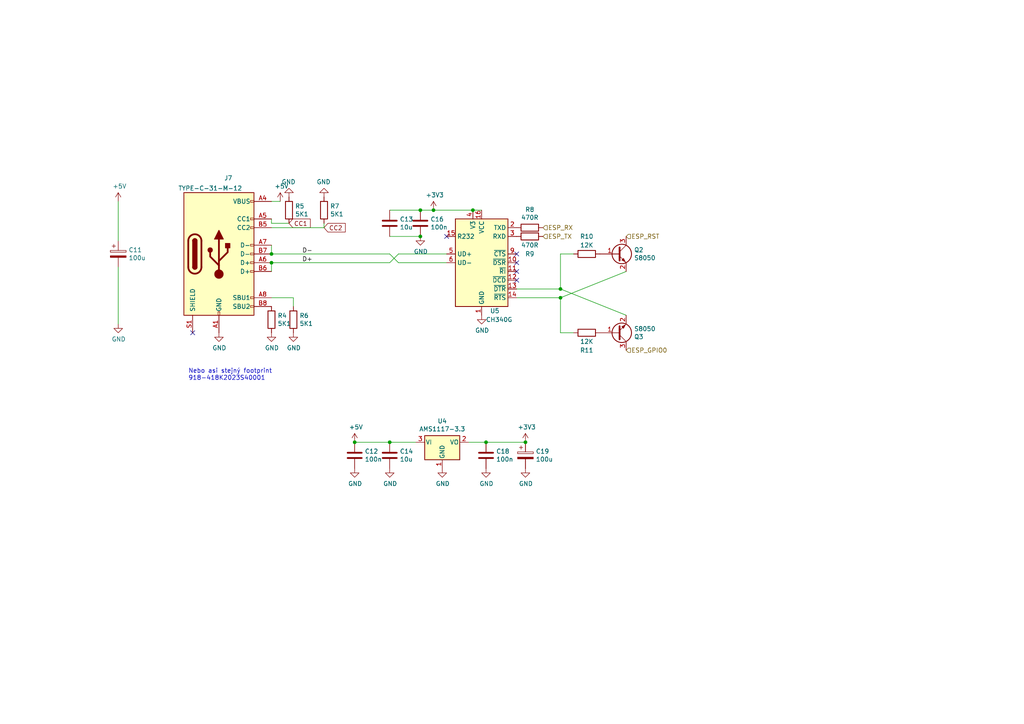
<source format=kicad_sch>
(kicad_sch (version 20211123) (generator eeschema)
  (paper "A4")
  (lib_symbols
    (symbol "Connector:USB_C_Receptacle_USB2.0" (pin_names (offset 1.016))
      (property "Reference" "J" (at -10.16 19.05 0))
      (property "Value" "USB_C_Receptacle_USB2.0" (at 19.05 19.05 0))
      (symbol "USB_C_Receptacle_USB2.0_0_0"
        (rectangle (start -0.254 -17.78) (end 0.254 -16.764))
        (rectangle (start 10.16 -14.986) (end 9.144 -15.494))
        (rectangle (start 10.16 -12.446) (end 9.144 -12.954))
        (rectangle (start 10.16 -4.826) (end 9.144 -5.334))
        (rectangle (start 10.16 -2.286) (end 9.144 -2.794))
        (rectangle (start 10.16 0.254) (end 9.144 -0.254))
        (rectangle (start 10.16 2.794) (end 9.144 2.286))
        (rectangle (start 10.16 7.874) (end 9.144 7.366))
        (rectangle (start 10.16 10.414) (end 9.144 9.906))
        (rectangle (start 10.16 15.494) (end 9.144 14.986))
      )
      (symbol "USB_C_Receptacle_USB2.0_0_1"
        (rectangle (start -10.16 17.78) (end 10.16 -17.78) (stroke (width 0.254)) (fill (type background)))
        (arc (start -8.89 -3.81) (mid -6.985 -5.715) (end -5.08 -3.81) (stroke (width 0.508)))
        (arc (start -7.62 -3.81) (mid -6.985 -4.445) (end -6.35 -3.81) (stroke (width 0.254)))
        (arc (start -7.62 -3.81) (mid -6.985 -4.445) (end -6.35 -3.81) (stroke (width 0.254)) (fill (type outline)))
        (rectangle (start -7.62 -3.81) (end -6.35 3.81) (stroke (width 0.254)) (fill (type outline)))
        (arc (start -6.35 3.81) (mid -6.985 4.445) (end -7.62 3.81) (stroke (width 0.254)))
        (arc (start -6.35 3.81) (mid -6.985 4.445) (end -7.62 3.81) (stroke (width 0.254)) (fill (type outline)))
        (arc (start -5.08 3.81) (mid -6.985 5.715) (end -8.89 3.81) (stroke (width 0.508)))
        (circle (center -2.54 1.143) (radius 0.635) (stroke (width 0.254)) (fill (type outline)))
        (circle (center 0 -5.842) (radius 1.27) (fill (type outline)))
        (polyline (pts (xy -8.89 -3.81) (xy -8.89 3.81)) (stroke (width 0.508)))
        (polyline (pts (xy -5.08 3.81) (xy -5.08 -3.81)) (stroke (width 0.508)))
        (polyline (pts (xy 0 -5.842) (xy 0 4.318)) (stroke (width 0.508)))
        (polyline (pts (xy 0 -3.302) (xy -2.54 -0.762) (xy -2.54 0.508)) (stroke (width 0.508)))
        (polyline (pts (xy 0 -2.032) (xy 2.54 0.508) (xy 2.54 1.778)) (stroke (width 0.508)))
        (polyline (pts (xy -1.27 4.318) (xy 0 6.858) (xy 1.27 4.318) (xy -1.27 4.318)) (stroke (width 0.254)) (fill (type outline)))
        (rectangle (start 1.905 1.778) (end 3.175 3.048) (stroke (width 0.254)) (fill (type outline)))
      )
      (symbol "USB_C_Receptacle_USB2.0_1_1"
        (pin passive line (at 0 -22.86 90) (length 5.08) (name "GND") (number "A1"))
        (pin passive line (at 0 -22.86 90) (length 5.08) hide (name "GND") (number "A12"))
        (pin passive line (at 15.24 15.24 180) (length 5.08) (name "VBUS") (number "A4"))
        (pin bidirectional line (at 15.24 10.16 180) (length 5.08) (name "CC1") (number "A5"))
        (pin bidirectional line (at 15.24 -2.54 180) (length 5.08) (name "D+") (number "A6"))
        (pin bidirectional line (at 15.24 2.54 180) (length 5.08) (name "D-") (number "A7"))
        (pin bidirectional line (at 15.24 -12.7 180) (length 5.08) (name "SBU1") (number "A8"))
        (pin passive line (at 15.24 15.24 180) (length 5.08) hide (name "VBUS") (number "A9"))
        (pin passive line (at 0 -22.86 90) (length 5.08) hide (name "GND") (number "B1"))
        (pin passive line (at 0 -22.86 90) (length 5.08) hide (name "GND") (number "B12"))
        (pin passive line (at 15.24 15.24 180) (length 5.08) hide (name "VBUS") (number "B4"))
        (pin bidirectional line (at 15.24 7.62 180) (length 5.08) (name "CC2") (number "B5"))
        (pin bidirectional line (at 15.24 -5.08 180) (length 5.08) (name "D+") (number "B6"))
        (pin bidirectional line (at 15.24 0 180) (length 5.08) (name "D-") (number "B7"))
        (pin bidirectional line (at 15.24 -15.24 180) (length 5.08) (name "SBU2") (number "B8"))
        (pin passive line (at 15.24 15.24 180) (length 5.08) hide (name "VBUS") (number "B9"))
        (pin passive line (at -7.62 -22.86 90) (length 5.08) (name "SHIELD") (number "S1"))
      )
    )
    (symbol "Device:C" (pin_numbers hide) (pin_names (offset 0.254))
      (property "Reference" "C" (at 0.635 2.54 0))
      (property "Value" "C" (at 0.635 -2.54 0))
      (symbol "C_0_1"
        (polyline (pts (xy -2.032 -0.762) (xy 2.032 -0.762)) (stroke (width 0.508)))
        (polyline (pts (xy -2.032 0.762) (xy 2.032 0.762)) (stroke (width 0.508)))
      )
      (symbol "C_1_1"
        (pin passive line (at 0 3.81 270) (length 2.794) (name "~") (number "1"))
        (pin passive line (at 0 -3.81 90) (length 2.794) (name "~") (number "2"))
      )
    )
    (symbol "Device:C_Polarized" (pin_numbers hide) (pin_names (offset 0.254))
      (property "Reference" "C" (at 0.635 2.54 0))
      (property "Value" "C_Polarized" (at 0.635 -2.54 0))
      (symbol "C_Polarized_0_1"
        (rectangle (start -2.286 0.508) (end 2.286 1.016))
        (polyline (pts (xy -1.778 2.286) (xy -0.762 2.286)))
        (polyline (pts (xy -1.27 2.794) (xy -1.27 1.778)))
        (rectangle (start 2.286 -0.508) (end -2.286 -1.016) (fill (type outline)))
      )
      (symbol "C_Polarized_1_1"
        (pin passive line (at 0 3.81 270) (length 2.794) (name "~") (number "1"))
        (pin passive line (at 0 -3.81 90) (length 2.794) (name "~") (number "2"))
      )
    )
    (symbol "Device:Q_NPN_BEC" (pin_names (offset 0) hide)
      (property "Reference" "Q" (at 5.08 1.27 0))
      (property "Value" "Q_NPN_BEC" (at 5.08 -1.27 0))
      (symbol "Q_NPN_BEC_0_1"
        (polyline (pts (xy 0.635 0.635) (xy 2.54 2.54)))
        (polyline (pts (xy 0.635 -0.635) (xy 2.54 -2.54) (xy 2.54 -2.54)))
        (polyline (pts (xy 0.635 1.905) (xy 0.635 -1.905) (xy 0.635 -1.905)) (stroke (width 0.508)))
        (polyline (pts (xy 1.27 -1.778) (xy 1.778 -1.27) (xy 2.286 -2.286) (xy 1.27 -1.778) (xy 1.27 -1.778)) (fill (type outline)))
        (circle (center 1.27 0) (radius 2.8194) (stroke (width 0.254)))
      )
      (symbol "Q_NPN_BEC_1_1"
        (pin input line (at -5.08 0 0) (length 5.715) (name "B") (number "1"))
        (pin passive line (at 2.54 -5.08 90) (length 2.54) (name "E") (number "2"))
        (pin passive line (at 2.54 5.08 270) (length 2.54) (name "C") (number "3"))
      )
    )
    (symbol "Device:R" (pin_numbers hide) (pin_names (offset 0))
      (property "Reference" "R" (at 2.032 0 90))
      (property "Value" "R" (at 0 0 90))
      (symbol "R_0_1"
        (rectangle (start -1.016 -2.54) (end 1.016 2.54) (stroke (width 0.254)))
      )
      (symbol "R_1_1"
        (pin passive line (at 0 3.81 270) (length 1.27) (name "~") (number "1"))
        (pin passive line (at 0 -3.81 90) (length 1.27) (name "~") (number "2"))
      )
    )
    (symbol "Interface_USB:CH340C"
      (property "Reference" "U" (at -5.08 13.97 0))
      (property "Value" "CH340C" (at 1.27 13.97 0))
      (symbol "CH340C_0_1"
        (rectangle (start -7.62 12.7) (end 7.62 -12.7) (stroke (width 0.254)) (fill (type background)))
      )
      (symbol "CH340C_1_1"
        (pin power_in line (at 0 -15.24 90) (length 2.54) (name "GND") (number "1"))
        (pin input line (at 10.16 0 180) (length 2.54) (name "~{DSR}") (number "10"))
        (pin input line (at 10.16 -2.54 180) (length 2.54) (name "~{RI}") (number "11"))
        (pin input line (at 10.16 -5.08 180) (length 2.54) (name "~{DCD}") (number "12"))
        (pin output line (at 10.16 -7.62 180) (length 2.54) (name "~{DTR}") (number "13"))
        (pin output line (at 10.16 -10.16 180) (length 2.54) (name "~{RTS}") (number "14"))
        (pin input line (at -10.16 7.62 0) (length 2.54) (name "R232") (number "15"))
        (pin power_in line (at 0 15.24 270) (length 2.54) (name "VCC") (number "16"))
        (pin output line (at 10.16 10.16 180) (length 2.54) (name "TXD") (number "2"))
        (pin input line (at 10.16 7.62 180) (length 2.54) (name "RXD") (number "3"))
        (pin passive line (at -2.54 15.24 270) (length 2.54) (name "V3") (number "4"))
        (pin bidirectional line (at -10.16 2.54 0) (length 2.54) (name "UD+") (number "5"))
        (pin bidirectional line (at -10.16 0 0) (length 2.54) (name "UD-") (number "6"))
        (pin no_connect line (at -7.62 -7.62 0) (length 2.54) hide (name "NC") (number "7"))
        (pin no_connect line (at -7.62 -10.16 0) (length 2.54) hide (name "NC") (number "8"))
        (pin input line (at 10.16 2.54 180) (length 2.54) (name "~{CTS}") (number "9"))
      )
    )
    (symbol "Regulator_Linear:AMS1117-3.3" (pin_names (offset 0.254))
      (property "Reference" "U" (at -3.81 3.175 0))
      (property "Value" "AMS1117-3.3" (at 0 3.175 0))
      (symbol "AMS1117-3.3_0_1"
        (rectangle (start -5.08 -5.08) (end 5.08 1.905) (stroke (width 0.254)) (fill (type background)))
      )
      (symbol "AMS1117-3.3_1_1"
        (pin power_in line (at 0 -7.62 90) (length 2.54) (name "GND") (number "1"))
        (pin power_out line (at 7.62 0 180) (length 2.54) (name "VO") (number "2"))
        (pin power_in line (at -7.62 0 0) (length 2.54) (name "VI") (number "3"))
      )
    )
    (symbol "power:+3V3" (power) (pin_names (offset 0))
      (property "Value" "+3V3" (at 0 3.556 0))
      (symbol "+3V3_0_1"
        (polyline (pts (xy -0.762 1.27) (xy 0 2.54)))
        (polyline (pts (xy 0 0) (xy 0 2.54)))
        (polyline (pts (xy 0 2.54) (xy 0.762 1.27)))
      )
      (symbol "+3V3_1_1"
        (pin power_in line (at 0 0 90) (length 0) hide (name "+3V3") (number "1"))
      )
    )
    (symbol "power:+5V" (power) (pin_names (offset 0))
      (property "Value" "+5V" (at 0 3.556 0))
      (symbol "+5V_0_1"
        (polyline (pts (xy -0.762 1.27) (xy 0 2.54)))
        (polyline (pts (xy 0 0) (xy 0 2.54)))
        (polyline (pts (xy 0 2.54) (xy 0.762 1.27)))
      )
      (symbol "+5V_1_1"
        (pin power_in line (at 0 0 90) (length 0) hide (name "+5V") (number "1"))
      )
    )
    (symbol "power:GND" (power) (pin_names (offset 0))
      (property "Value" "GND" (at 0 -3.81 0))
      (symbol "GND_0_1"
        (polyline (pts (xy 0 0) (xy 0 -1.27) (xy 1.27 -1.27) (xy 0 -2.54) (xy -1.27 -1.27) (xy 0 -1.27)))
      )
      (symbol "GND_1_1"
        (pin power_in line (at 0 0 270) (length 0) hide (name "GND") (number "1"))
      )
    )
  )
  (junction (at 113.03 128.27))
  (junction (at 121.92 60.96))
  (junction (at 102.87 128.27))
  (junction (at 152.4 128.27))
  (junction (at 162.56 83.82))
  (junction (at 162.56 86.36))
  (junction (at 137.16 60.96))
  (junction (at 140.97 128.27))
  (junction (at 121.92 68.58))
  (junction (at 78.74 76.2))
  (junction (at 125.73 60.96))
  (junction (at 78.74 73.66))
  (no_connect (at 129.54 68.58))
  (no_connect (at 149.86 81.28))
  (no_connect (at 55.88 96.52))
  (no_connect (at 149.86 78.74))
  (no_connect (at 149.86 76.2))
  (no_connect (at 149.86 73.66))
  (wire (pts (xy 93.98 66.04) (xy 93.98 64.77)))
  (wire (pts (xy 78.74 76.2) (xy 113.03 76.2)))
  (wire (pts (xy 113.03 76.2) (xy 115.57 73.66)))
  (wire (pts (xy 113.03 73.66) (xy 115.57 76.2)))
  (wire (pts (xy 149.86 86.36) (xy 162.56 86.36)))
  (wire (pts (xy 181.61 78.74) (xy 162.56 86.36)))
  (wire (pts (xy 166.37 96.52) (xy 162.56 96.52)))
  (wire (pts (xy 85.09 86.36) (xy 78.74 86.36)))
  (wire (pts (xy 162.56 86.36) (xy 162.56 96.52)))
  (wire (pts (xy 135.89 128.27) (xy 140.97 128.27)))
  (wire (pts (xy 83.82 64.77) (xy 78.74 64.77)))
  (wire (pts (xy 137.16 60.96) (xy 125.73 60.96)))
  (wire (pts (xy 125.73 60.96) (xy 121.92 60.96)))
  (wire (pts (xy 113.03 73.66) (xy 78.74 73.66)))
  (wire (pts (xy 139.7 60.96) (xy 137.16 60.96)))
  (wire (pts (xy 78.74 64.77) (xy 78.74 63.5)))
  (wire (pts (xy 81.28 58.42) (xy 78.74 58.42)))
  (wire (pts (xy 149.86 83.82) (xy 162.56 83.82)))
  (wire (pts (xy 162.56 83.82) (xy 181.61 91.44)))
  (wire (pts (xy 78.74 76.2) (xy 78.74 78.74)))
  (wire (pts (xy 34.29 77.47) (xy 34.29 93.98)))
  (wire (pts (xy 115.57 73.66) (xy 129.54 73.66)))
  (wire (pts (xy 162.56 73.66) (xy 166.37 73.66)))
  (wire (pts (xy 85.09 88.9) (xy 85.09 86.36)))
  (wire (pts (xy 140.97 128.27) (xy 152.4 128.27)))
  (wire (pts (xy 129.54 76.2) (xy 115.57 76.2)))
  (wire (pts (xy 113.03 60.96) (xy 121.92 60.96)))
  (wire (pts (xy 78.74 66.04) (xy 93.98 66.04)))
  (wire (pts (xy 34.29 58.42) (xy 34.29 69.85)))
  (wire (pts (xy 162.56 73.66) (xy 162.56 83.82)))
  (wire (pts (xy 78.74 73.66) (xy 78.74 71.12)))
  (wire (pts (xy 113.03 128.27) (xy 102.87 128.27)))
  (wire (pts (xy 120.65 128.27) (xy 113.03 128.27)))
  (wire (pts (xy 121.92 68.58) (xy 113.03 68.58)))
  (text "Nebo asi stejný footprint\n918-418K2023S40001" (at 54.61 110.49 0) (effects (font (size 1.27 1.27)) (justify left bottom)))
  (label "D+" (at 87.63 76.2 0))
  (label "D-" (at 87.63 73.66 0))
  (global_label "CC1" (shape input) (at 83.82 64.77 0) (property "Intersheet References" "${INTERSHEET_REFS}" (effects hide)))
  (global_label "CC2" (shape input) (at 93.98 66.04 0) (property "Intersheet References" "${INTERSHEET_REFS}" (effects hide)))
  (hierarchical_label "ESP_RST" (shape input) (at 181.61 68.58 0))
  (hierarchical_label "ESP_TX" (shape input) (at 157.48 68.58 0))
  (hierarchical_label "ESP_RX" (shape input) (at 157.48 66.04 0))
  (hierarchical_label "ESP_GPIO0" (shape input) (at 181.61 101.6 0))
  (symbol (lib_id "power:GND") (at 121.92 68.58 0) (unit 1)
    (property "Reference" "#PWR0141" (effects hide))
    (property "Value" "GND" (at 122.047 72.9742 0))
  )
  (symbol (lib_id "power:GND") (at 152.4 135.89 0) (unit 1)
    (property "Reference" "#PWR0150" (effects hide))
    (property "Value" "GND" (at 152.527 140.2842 0))
  )
  (symbol (lib_id "Device:C") (at 102.87 132.08 0) (unit 1)
    (property "Reference" "C12" (at 105.791 130.9116 0) (effects (justify left)))
    (property "Value" "100n" (at 105.791 133.223 0) (effects (justify left)))
    (property "Footprint" "Capacitor_SMD:C_0603_1608Metric" (effects hide))
    (property "LCSC" "C14663" (effects hide))
  )
  (symbol (lib_id "power:GND") (at 85.09 96.52 0) (unit 1)
    (property "Reference" "#PWR0153" (effects hide))
    (property "Value" "GND" (at 85.217 100.9142 0))
  )
  (symbol (lib_id "Device:R") (at 170.18 96.52 270) (unit 1)
    (property "Reference" "R11" (at 170.18 101.6 90))
    (property "Value" "12K" (at 170.18 99.06 90))
    (property "Footprint" "Resistor_SMD:R_0603_1608Metric" (effects hide))
    (property "LCSC" "C22790" (effects hide))
  )
  (symbol (lib_id "power:GND") (at 83.82 57.15 180) (unit 1)
    (property "Reference" "#PWR0159" (effects hide))
    (property "Value" "GND" (at 83.693 52.7558 0))
  )
  (symbol (lib_id "Device:C") (at 113.03 64.77 0) (unit 1)
    (property "Reference" "C13" (at 115.951 63.6016 0) (effects (justify left)))
    (property "Value" "10u" (at 115.951 65.913 0) (effects (justify left)))
    (property "Footprint" "Capacitor_SMD:C_0805_2012Metric" (effects hide))
    (property "LCSC" "C15850" (effects hide))
  )
  (symbol (lib_id "power:GND") (at 128.27 135.89 0) (unit 1)
    (property "Reference" "#PWR0147" (effects hide))
    (property "Value" "GND" (at 128.397 140.2842 0))
  )
  (symbol (lib_id "Connector:USB_C_Receptacle_USB2.0") (at 63.5 73.66 0) (unit 1)
    (property "Reference" "J7" (at 66.2178 51.6382 0))
    (property "Value" "TYPE-C-31-M-12" (at 60.96 54.61 0))
    (property "Footprint" "Connector_USB:USB_C_Receptacle_HRO_TYPE-C-31-M-12" (effects hide))
    (property "Datasheet" "https://datasheet.lcsc.com/szlcsc/1811131825_Korean-Hroparts-Elec-TYPE-C-31-M-12_C165948.pdf" (effects hide))
    (property "LCSC" "C165948" (effects hide))
  )
  (symbol (lib_id "power:+3V3") (at 152.4 128.27 0) (unit 1)
    (property "Reference" "#PWR0151" (effects hide))
    (property "Value" "+3V3" (at 152.781 123.8758 0))
  )
  (symbol (lib_id "Device:C") (at 113.03 132.08 0) (unit 1)
    (property "Reference" "C14" (at 115.951 130.9116 0) (effects (justify left)))
    (property "Value" "10u" (at 115.951 133.223 0) (effects (justify left)))
    (property "Footprint" "Capacitor_SMD:C_0805_2012Metric" (effects hide))
    (property "LCSC" "C15850" (effects hide))
  )
  (symbol (lib_id "Device:R") (at 153.67 68.58 270) (unit 1)
    (property "Reference" "R9" (at 153.67 73.66 90))
    (property "Value" "470R" (at 153.67 71.12 90))
    (property "Footprint" "Resistor_SMD:R_0603_1608Metric" (effects hide))
    (property "LCSC" "C23179" (effects hide))
  )
  (symbol (lib_id "power:+5V") (at 102.87 128.27 0) (unit 1)
    (property "Reference" "#PWR0145" (effects hide))
    (property "Value" "+5V" (at 103.251 123.8758 0))
  )
  (symbol (lib_id "Device:Q_NPN_BEC") (at 179.07 96.52 0) (mirror x) (unit 1)
    (property "Reference" "Q3" (at 183.896 97.6884 0) (effects (justify left)))
    (property "Value" "S8050" (at 183.896 95.377 0) (effects (justify left)))
    (property "Footprint" "Package_TO_SOT_SMD:SOT-23" (effects hide))
    (property "Datasheet" "https://datasheet.lcsc.com/szlcsc/Changjiang-Electronics-Tech-CJ-S8050_C2146.pdf" (effects hide))
    (property "LCSC" "C2146" (effects hide))
  )
  (symbol (lib_id "power:GND") (at 34.29 93.98 0) (unit 1)
    (property "Reference" "#PWR0155" (effects hide))
    (property "Value" "GND" (at 34.417 98.3742 0))
  )
  (symbol (lib_id "Interface_USB:CH340C") (at 139.7 76.2 0) (unit 1)
    (property "Reference" "U5" (at 143.51 90.17 0))
    (property "Value" "CH340G" (at 144.78 92.71 0))
    (property "Footprint" "Package_SO:SOIC-16_3.9x9.9mm_P1.27mm" (effects hide))
    (property "Datasheet" "https://datasheet.lcsc.com/szlcsc/Jiangsu-Qin-Heng-CH340C_C84681.pdf" (effects hide))
    (property "LCSC" "C84681" (effects hide))
  )
  (symbol (lib_id "Device:C") (at 121.92 64.77 0) (unit 1)
    (property "Reference" "C16" (at 124.841 63.6016 0) (effects (justify left)))
    (property "Value" "100n" (at 124.841 65.913 0) (effects (justify left)))
    (property "Footprint" "Capacitor_SMD:C_0603_1608Metric" (effects hide))
    (property "LCSC" "C14663" (effects hide))
  )
  (symbol (lib_id "power:GND") (at 113.03 135.89 0) (unit 1)
    (property "Reference" "#PWR0148" (effects hide))
    (property "Value" "GND" (at 113.157 140.2842 0))
  )
  (symbol (lib_id "power:+5V") (at 81.28 58.42 0) (unit 1)
    (property "Reference" "#PWR0160" (effects hide))
    (property "Value" "+5V" (at 81.661 54.0258 0))
  )
  (symbol (lib_id "power:GND") (at 78.74 96.52 0) (unit 1)
    (property "Reference" "#PWR0152" (effects hide))
    (property "Value" "GND" (at 78.867 100.9142 0))
  )
  (symbol (lib_id "power:+5V") (at 34.29 58.42 0) (unit 1)
    (property "Reference" "#PWR0156" (effects hide))
    (property "Value" "+5V" (at 34.671 54.0258 0))
  )
  (symbol (lib_id "Device:C") (at 140.97 132.08 0) (unit 1)
    (property "Reference" "C18" (at 143.891 130.9116 0) (effects (justify left)))
    (property "Value" "100n" (at 143.891 133.223 0) (effects (justify left)))
    (property "Footprint" "Capacitor_SMD:C_0603_1608Metric" (effects hide))
    (property "LCSC" "C14663" (effects hide))
  )
  (symbol (lib_id "power:GND") (at 93.98 57.15 180) (unit 1)
    (property "Reference" "#PWR0158" (effects hide))
    (property "Value" "GND" (at 93.853 52.7558 0))
  )
  (symbol (lib_id "power:GND") (at 102.87 135.89 0) (unit 1)
    (property "Reference" "#PWR0146" (effects hide))
    (property "Value" "GND" (at 102.997 140.2842 0))
  )
  (symbol (lib_id "Device:Q_NPN_BEC") (at 179.07 73.66 0) (unit 1)
    (property "Reference" "Q2" (at 183.896 72.4916 0) (effects (justify left)))
    (property "Value" "S8050" (at 183.896 74.803 0) (effects (justify left)))
    (property "Footprint" "Package_TO_SOT_SMD:SOT-23" (effects hide))
    (property "Datasheet" "https://datasheet.lcsc.com/szlcsc/Changjiang-Electronics-Tech-CJ-S8050_C2146.pdf" (effects hide))
    (property "LCSC" "C2146" (effects hide))
  )
  (symbol (lib_id "Device:R") (at 85.09 92.71 0) (unit 1)
    (property "Reference" "R6" (at 86.868 91.5416 0) (effects (justify left)))
    (property "Value" "5K1" (at 86.868 93.853 0) (effects (justify left)))
    (property "Footprint" "Resistor_SMD:R_0603_1608Metric" (effects hide))
    (property "LCSC" "C23186" (effects hide))
  )
  (symbol (lib_id "power:GND") (at 139.7 91.44 0) (unit 1)
    (property "Reference" "#PWR0143" (effects hide))
    (property "Value" "GND" (at 139.827 95.8342 0))
  )
  (symbol (lib_id "Device:C_Polarized") (at 152.4 132.08 0) (unit 1)
    (property "Reference" "C19" (at 155.3972 130.9116 0) (effects (justify left)))
    (property "Value" "100u" (at 155.3972 133.223 0) (effects (justify left)))
    (property "Footprint" "Capacitor_THT:CP_Radial_D5.0mm_P2.00mm" (effects hide))
    (property "LCSC" "C43803" (effects hide))
  )
  (symbol (lib_id "Device:R") (at 83.82 60.96 0) (unit 1)
    (property "Reference" "R5" (at 85.598 59.7916 0) (effects (justify left)))
    (property "Value" "5K1" (at 85.598 62.103 0) (effects (justify left)))
    (property "Footprint" "Resistor_SMD:R_0603_1608Metric" (effects hide))
    (property "LCSC" "C23186" (effects hide))
  )
  (symbol (lib_id "Device:R") (at 78.74 92.71 0) (unit 1)
    (property "Reference" "R4" (at 80.518 91.5416 0) (effects (justify left)))
    (property "Value" "5K1" (at 80.518 93.853 0) (effects (justify left)))
    (property "Footprint" "Resistor_SMD:R_0603_1608Metric" (effects hide))
    (property "LCSC" "C23186" (effects hide))
  )
  (symbol (lib_id "Regulator_Linear:AMS1117-3.3") (at 128.27 128.27 0) (unit 1)
    (property "Reference" "U4" (at 128.27 122.1232 0))
    (property "Value" "AMS1117-3.3" (at 128.27 124.4346 0))
    (property "Footprint" "Package_TO_SOT_SMD:SOT-223-3_TabPin2" (effects hide))
    (property "Datasheet" "http://www.advanced-monolithic.com/pdf/ds1117.pdf" (effects hide))
    (property "LCSC" "C6186" (effects hide))
  )
  (symbol (lib_id "power:+3V3") (at 125.73 60.96 0) (unit 1)
    (property "Reference" "#PWR0142" (effects hide))
    (property "Value" "+3V3" (at 126.111 56.5658 0))
  )
  (symbol (lib_id "power:GND") (at 140.97 135.89 0) (unit 1)
    (property "Reference" "#PWR0144" (effects hide))
    (property "Value" "GND" (at 141.097 140.2842 0))
  )
  (symbol (lib_id "power:GND") (at 63.5 96.52 0) (unit 1)
    (property "Reference" "#PWR0157" (effects hide))
    (property "Value" "GND" (at 63.627 100.9142 0))
  )
  (symbol (lib_id "Device:R") (at 170.18 73.66 270) (unit 1)
    (property "Reference" "R10" (at 170.18 68.58 90))
    (property "Value" "12K" (at 170.18 71.12 90))
    (property "Footprint" "Resistor_SMD:R_0603_1608Metric" (effects hide))
    (property "LCSC" "C22790" (effects hide))
  )
  (symbol (lib_id "Device:C_Polarized") (at 34.29 73.66 0) (unit 1)
    (property "Reference" "C11" (at 37.2872 72.4916 0) (effects (justify left)))
    (property "Value" "100u" (at 37.2872 74.803 0) (effects (justify left)))
    (property "Footprint" "Capacitor_THT:CP_Radial_D5.0mm_P2.00mm" (effects hide))
    (property "LCSC" "C43803" (effects hide))
  )
  (symbol (lib_id "Device:R") (at 93.98 60.96 0) (unit 1)
    (property "Reference" "R7" (at 95.758 59.7916 0) (effects (justify left)))
    (property "Value" "5K1" (at 95.758 62.103 0) (effects (justify left)))
    (property "Footprint" "Resistor_SMD:R_0603_1608Metric" (effects hide))
    (property "LCSC" "C23186" (effects hide))
  )
  (symbol (lib_id "Device:R") (at 153.67 66.04 270) (unit 1)
    (property "Reference" "R8" (at 153.67 60.7822 90))
    (property "Value" "470R" (at 153.67 63.0936 90))
    (property "Footprint" "Resistor_SMD:R_0603_1608Metric" (effects hide))
    (property "LCSC" "C23179" (effects hide))
  )
)
</source>
